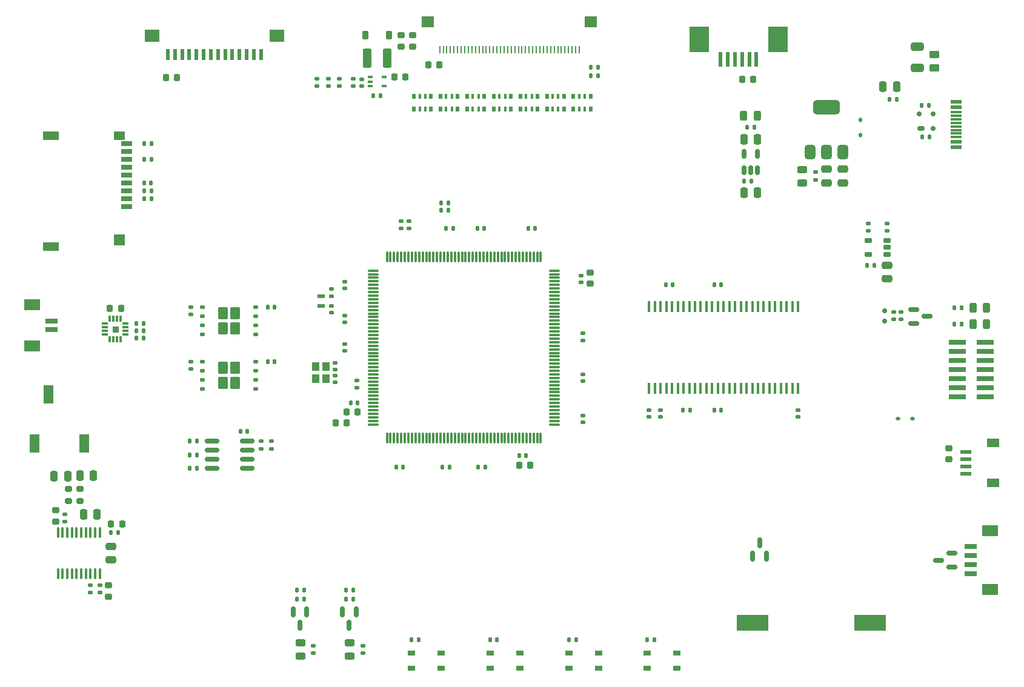
<source format=gbr>
%TF.GenerationSoftware,KiCad,Pcbnew,8.0.2*%
%TF.CreationDate,2024-07-19T10:45:18+07:00*%
%TF.ProjectId,chroma-pixel-zeta,6368726f-6d61-42d7-9069-78656c2d7a65,rev?*%
%TF.SameCoordinates,Original*%
%TF.FileFunction,Paste,Top*%
%TF.FilePolarity,Positive*%
%FSLAX46Y46*%
G04 Gerber Fmt 4.6, Leading zero omitted, Abs format (unit mm)*
G04 Created by KiCad (PCBNEW 8.0.2) date 2024-07-19 10:45:18*
%MOMM*%
%LPD*%
G01*
G04 APERTURE LIST*
G04 Aperture macros list*
%AMRoundRect*
0 Rectangle with rounded corners*
0 $1 Rounding radius*
0 $2 $3 $4 $5 $6 $7 $8 $9 X,Y pos of 4 corners*
0 Add a 4 corners polygon primitive as box body*
4,1,4,$2,$3,$4,$5,$6,$7,$8,$9,$2,$3,0*
0 Add four circle primitives for the rounded corners*
1,1,$1+$1,$2,$3*
1,1,$1+$1,$4,$5*
1,1,$1+$1,$6,$7*
1,1,$1+$1,$8,$9*
0 Add four rect primitives between the rounded corners*
20,1,$1+$1,$2,$3,$4,$5,0*
20,1,$1+$1,$4,$5,$6,$7,0*
20,1,$1+$1,$6,$7,$8,$9,0*
20,1,$1+$1,$8,$9,$2,$3,0*%
G04 Aperture macros list end*
%ADD10C,0.010000*%
%ADD11R,1.400000X2.600000*%
%ADD12RoundRect,0.140000X-0.170000X0.140000X-0.170000X-0.140000X0.170000X-0.140000X0.170000X0.140000X0*%
%ADD13RoundRect,0.135000X-0.185000X0.135000X-0.185000X-0.135000X0.185000X-0.135000X0.185000X0.135000X0*%
%ADD14RoundRect,0.135000X-0.135000X-0.185000X0.135000X-0.185000X0.135000X0.185000X-0.135000X0.185000X0*%
%ADD15RoundRect,0.140000X-0.140000X-0.170000X0.140000X-0.170000X0.140000X0.170000X-0.140000X0.170000X0*%
%ADD16RoundRect,0.140000X0.140000X0.170000X-0.140000X0.170000X-0.140000X-0.170000X0.140000X-0.170000X0*%
%ADD17R,1.550000X0.600000*%
%ADD18R,1.800000X1.200000*%
%ADD19RoundRect,0.135000X0.135000X0.185000X-0.135000X0.185000X-0.135000X-0.185000X0.135000X-0.185000X0*%
%ADD20RoundRect,0.135000X0.185000X-0.135000X0.185000X0.135000X-0.185000X0.135000X-0.185000X-0.135000X0*%
%ADD21RoundRect,0.375000X0.375000X-0.625000X0.375000X0.625000X-0.375000X0.625000X-0.375000X-0.625000X0*%
%ADD22RoundRect,0.500000X1.400000X-0.500000X1.400000X0.500000X-1.400000X0.500000X-1.400000X-0.500000X0*%
%ADD23RoundRect,0.250000X-0.475000X0.250000X-0.475000X-0.250000X0.475000X-0.250000X0.475000X0.250000X0*%
%ADD24RoundRect,0.140000X0.170000X-0.140000X0.170000X0.140000X-0.170000X0.140000X-0.170000X-0.140000X0*%
%ADD25R,0.500000X0.800000*%
%ADD26R,0.400000X0.800000*%
%ADD27R,1.100000X0.600000*%
%ADD28RoundRect,0.150000X0.150000X-0.512500X0.150000X0.512500X-0.150000X0.512500X-0.150000X-0.512500X0*%
%ADD29RoundRect,0.225000X0.250000X-0.225000X0.250000X0.225000X-0.250000X0.225000X-0.250000X-0.225000X0*%
%ADD30R,2.400000X0.740000*%
%ADD31RoundRect,0.243750X0.243750X0.456250X-0.243750X0.456250X-0.243750X-0.456250X0.243750X-0.456250X0*%
%ADD32RoundRect,0.225000X-0.225000X-0.250000X0.225000X-0.250000X0.225000X0.250000X-0.225000X0.250000X0*%
%ADD33RoundRect,0.250000X-0.435000X-0.615000X0.435000X-0.615000X0.435000X0.615000X-0.435000X0.615000X0*%
%ADD34RoundRect,0.125000X-0.200000X-0.125000X0.200000X-0.125000X0.200000X0.125000X-0.200000X0.125000X0*%
%ADD35RoundRect,0.150000X0.150000X-0.587500X0.150000X0.587500X-0.150000X0.587500X-0.150000X-0.587500X0*%
%ADD36RoundRect,0.075000X-0.675000X-0.075000X0.675000X-0.075000X0.675000X0.075000X-0.675000X0.075000X0*%
%ADD37RoundRect,0.075000X-0.075000X-0.675000X0.075000X-0.675000X0.075000X0.675000X-0.075000X0.675000X0*%
%ADD38R,4.500000X2.300000*%
%ADD39RoundRect,0.250000X0.450000X-0.262500X0.450000X0.262500X-0.450000X0.262500X-0.450000X-0.262500X0*%
%ADD40RoundRect,0.250000X-0.250000X-0.475000X0.250000X-0.475000X0.250000X0.475000X-0.250000X0.475000X0*%
%ADD41RoundRect,0.100000X-0.225000X-0.100000X0.225000X-0.100000X0.225000X0.100000X-0.225000X0.100000X0*%
%ADD42R,1.600000X0.700000*%
%ADD43R,1.500000X1.200000*%
%ADD44R,2.200000X1.200000*%
%ADD45R,1.500000X1.600000*%
%ADD46RoundRect,0.250000X0.250000X0.475000X-0.250000X0.475000X-0.250000X-0.475000X0.250000X-0.475000X0*%
%ADD47RoundRect,0.150000X0.200000X-0.150000X0.200000X0.150000X-0.200000X0.150000X-0.200000X-0.150000X0*%
%ADD48RoundRect,0.225000X-0.250000X0.225000X-0.250000X-0.225000X0.250000X-0.225000X0.250000X0.225000X0*%
%ADD49R,1.050000X0.650000*%
%ADD50R,1.500000X0.600000*%
%ADD51R,1.500000X0.300000*%
%ADD52R,0.458000X1.510000*%
%ADD53RoundRect,0.112500X-0.187500X-0.112500X0.187500X-0.112500X0.187500X0.112500X-0.187500X0.112500X0*%
%ADD54RoundRect,0.150000X-0.825000X-0.150000X0.825000X-0.150000X0.825000X0.150000X-0.825000X0.150000X0*%
%ADD55RoundRect,0.112500X0.112500X-0.187500X0.112500X0.187500X-0.112500X0.187500X-0.112500X-0.187500X0*%
%ADD56RoundRect,0.243750X-0.456250X0.243750X-0.456250X-0.243750X0.456250X-0.243750X0.456250X0.243750X0*%
%ADD57RoundRect,0.225000X0.225000X0.250000X-0.225000X0.250000X-0.225000X-0.250000X0.225000X-0.250000X0*%
%ADD58R,1.000000X1.150000*%
%ADD59R,1.800000X0.700000*%
%ADD60R,2.200000X1.600000*%
%ADD61RoundRect,0.150000X0.587500X0.150000X-0.587500X0.150000X-0.587500X-0.150000X0.587500X-0.150000X0*%
%ADD62RoundRect,0.200000X0.275000X-0.200000X0.275000X0.200000X-0.275000X0.200000X-0.275000X-0.200000X0*%
%ADD63RoundRect,0.018900X0.411100X0.116100X-0.411100X0.116100X-0.411100X-0.116100X0.411100X-0.116100X0*%
%ADD64RoundRect,0.018900X-0.116100X0.411100X-0.116100X-0.411100X0.116100X-0.411100X0.116100X0.411100X0*%
%ADD65RoundRect,0.018900X-0.411100X-0.116100X0.411100X-0.116100X0.411100X0.116100X-0.411100X0.116100X0*%
%ADD66RoundRect,0.018900X0.116100X-0.411100X0.116100X0.411100X-0.116100X0.411100X-0.116100X-0.411100X0*%
%ADD67R,0.610000X2.000000*%
%ADD68R,2.680000X3.600000*%
%ADD69RoundRect,0.175000X0.325000X-0.175000X0.325000X0.175000X-0.325000X0.175000X-0.325000X-0.175000X0*%
%ADD70RoundRect,0.150000X0.150000X-0.200000X0.150000X0.200000X-0.150000X0.200000X-0.150000X-0.200000X0*%
%ADD71RoundRect,0.225000X0.225000X0.375000X-0.225000X0.375000X-0.225000X-0.375000X0.225000X-0.375000X0*%
%ADD72RoundRect,0.150000X-0.150000X0.587500X-0.150000X-0.587500X0.150000X-0.587500X0.150000X0.587500X0*%
%ADD73R,0.250000X1.100000*%
%ADD74R,1.700000X1.500000*%
%ADD75R,0.500000X1.500000*%
%ADD76R,2.000000X1.700000*%
%ADD77RoundRect,0.250000X0.650000X-0.325000X0.650000X0.325000X-0.650000X0.325000X-0.650000X-0.325000X0*%
%ADD78RoundRect,0.150000X0.400000X0.150000X-0.400000X0.150000X-0.400000X-0.150000X0.400000X-0.150000X0*%
%ADD79RoundRect,0.150000X-0.400000X-0.150000X0.400000X-0.150000X0.400000X0.150000X-0.400000X0.150000X0*%
%ADD80RoundRect,0.150000X-0.587500X-0.150000X0.587500X-0.150000X0.587500X0.150000X-0.587500X0.150000X0*%
%ADD81RoundRect,0.100000X-0.100000X0.637500X-0.100000X-0.637500X0.100000X-0.637500X0.100000X0.637500X0*%
%ADD82RoundRect,0.250000X0.375000X1.075000X-0.375000X1.075000X-0.375000X-1.075000X0.375000X-1.075000X0*%
G04 APERTURE END LIST*
D10*
%TO.C,U6*%
X94153800Y-91385199D02*
X93375800Y-91385199D01*
X93375800Y-90607199D01*
X94153800Y-90607199D01*
X94153800Y-91385199D01*
G36*
X94153800Y-91385199D02*
G01*
X93375800Y-91385199D01*
X93375800Y-90607199D01*
X94153800Y-90607199D01*
X94153800Y-91385199D01*
G37*
%TD*%
D11*
%TO.C,J11*%
X84458200Y-100155800D03*
X82458200Y-106955800D03*
X89458200Y-106955800D03*
%TD*%
D12*
%TO.C,C40*%
X124466100Y-97466200D03*
X124466100Y-98426200D03*
%TD*%
D13*
%TO.C,R19*%
X134763800Y-75878600D03*
X134763800Y-76898600D03*
%TD*%
D14*
%TO.C,R43*%
X211021200Y-87976883D03*
X212041200Y-87976883D03*
%TD*%
D15*
%TO.C,C28*%
X135170640Y-134425800D03*
X136130640Y-134425800D03*
%TD*%
D12*
%TO.C,C59*%
X91601600Y-126824800D03*
X91601600Y-127784800D03*
%TD*%
D16*
%TO.C,C37*%
X171649000Y-84806000D03*
X170689000Y-84806000D03*
%TD*%
D17*
%TO.C,J5*%
X212579200Y-111205090D03*
X212579200Y-110205090D03*
X212579200Y-109205090D03*
X212579200Y-108205090D03*
D18*
X216454200Y-112505090D03*
X216454200Y-106905090D03*
%TD*%
D19*
%TO.C,R7*%
X98808000Y-67304200D03*
X97788000Y-67304200D03*
%TD*%
%TO.C,R15*%
X97726803Y-91246199D03*
X96706803Y-91246199D03*
%TD*%
D13*
%TO.C,R31*%
X115576600Y-106680000D03*
X115576600Y-107700000D03*
%TD*%
D20*
%TO.C,R23*%
X121386600Y-136253000D03*
X121386600Y-135233000D03*
%TD*%
D19*
%TO.C,R34*%
X140337000Y-74345800D03*
X139317000Y-74345800D03*
%TD*%
D16*
%TO.C,C45*%
X127635000Y-101346000D03*
X126675000Y-101346000D03*
%TD*%
D21*
%TO.C,U13*%
X190867000Y-66268600D03*
X193167000Y-66268600D03*
D22*
X193167000Y-59968600D03*
D21*
X195467000Y-66268600D03*
%TD*%
D23*
%TO.C,C63*%
X201599800Y-82087600D03*
X201599800Y-83987600D03*
%TD*%
D15*
%TO.C,C36*%
X177489000Y-84806000D03*
X178449000Y-84806000D03*
%TD*%
D14*
%TO.C,R48*%
X198803800Y-82092800D03*
X199823800Y-82092800D03*
%TD*%
D24*
%TO.C,C10*%
X133718600Y-76898600D03*
X133718600Y-75938600D03*
%TD*%
D15*
%TO.C,C27*%
X146151360Y-134425800D03*
X147111360Y-134425800D03*
%TD*%
D25*
%TO.C,RN7*%
X160190598Y-58429400D03*
D26*
X159390598Y-58429400D03*
X158590598Y-58429400D03*
D25*
X157790598Y-58429400D03*
X157790598Y-60229400D03*
D26*
X158590598Y-60229400D03*
X159390598Y-60229400D03*
D25*
X160190598Y-60229400D03*
%TD*%
D19*
%TO.C,R6*%
X105188000Y-108585000D03*
X104168000Y-108585000D03*
%TD*%
D27*
%TO.C,Y2*%
X122546400Y-87773600D03*
X122546400Y-86373600D03*
%TD*%
D28*
%TO.C,U8*%
X181584600Y-68772200D03*
X182534600Y-68772200D03*
X183484600Y-68772200D03*
X183484600Y-66497200D03*
X181584600Y-66497200D03*
%TD*%
D14*
%TO.C,R16*%
X96706803Y-92252800D03*
X97726803Y-92252800D03*
%TD*%
D29*
%TO.C,C56*%
X85420200Y-117878800D03*
X85420200Y-116328800D03*
%TD*%
D30*
%TO.C,J7*%
X215335400Y-100420449D03*
X211435400Y-100420449D03*
X215335400Y-99150449D03*
X211435400Y-99150449D03*
X215335400Y-97880449D03*
X211435400Y-97880449D03*
X215335400Y-96610449D03*
X211435400Y-96610449D03*
X215335400Y-95340449D03*
X211435400Y-95340449D03*
X215335400Y-94070449D03*
X211435400Y-94070449D03*
X215335400Y-92800449D03*
X211435400Y-92800449D03*
%TD*%
D12*
%TO.C,C29*%
X169969000Y-102306000D03*
X169969000Y-103266000D03*
%TD*%
D19*
%TO.C,R9*%
X98808000Y-72804200D03*
X97788000Y-72804200D03*
%TD*%
D31*
%TO.C,D4*%
X183452100Y-61193620D03*
X181577100Y-61193620D03*
%TD*%
D32*
%TO.C,C54*%
X93167200Y-118237000D03*
X94717200Y-118237000D03*
%TD*%
D33*
%TO.C,U4*%
X108809900Y-88747200D03*
X108809900Y-90897200D03*
X110509900Y-88747200D03*
X110509900Y-90897200D03*
D34*
X105909900Y-87917200D03*
X105909900Y-89187200D03*
X105909900Y-90457200D03*
X105909900Y-91727200D03*
X113409900Y-91727200D03*
X113409900Y-90457200D03*
X113409900Y-89187200D03*
X113409900Y-87917200D03*
%TD*%
D15*
%TO.C,C8*%
X151488600Y-76898600D03*
X152448600Y-76898600D03*
%TD*%
D35*
%TO.C,D7*%
X182838600Y-122705100D03*
X184738600Y-122705100D03*
X183788600Y-120830100D03*
%TD*%
D36*
%TO.C,U2*%
X129793600Y-82823600D03*
X129793600Y-83323600D03*
X129793600Y-83823600D03*
X129793600Y-84323600D03*
X129793600Y-84823600D03*
X129793600Y-85323600D03*
X129793600Y-85823600D03*
X129793600Y-86323600D03*
X129793600Y-86823600D03*
X129793600Y-87323600D03*
X129793600Y-87823600D03*
X129793600Y-88323600D03*
X129793600Y-88823600D03*
X129793600Y-89323600D03*
X129793600Y-89823600D03*
X129793600Y-90323600D03*
X129793600Y-90823600D03*
X129793600Y-91323600D03*
X129793600Y-91823600D03*
X129793600Y-92323600D03*
X129793600Y-92823600D03*
X129793600Y-93323600D03*
X129793600Y-93823600D03*
X129793600Y-94323600D03*
X129793600Y-94823600D03*
X129793600Y-95323600D03*
X129793600Y-95823600D03*
X129793600Y-96323600D03*
X129793600Y-96823600D03*
X129793600Y-97323600D03*
X129793600Y-97823600D03*
X129793600Y-98323600D03*
X129793600Y-98823600D03*
X129793600Y-99323600D03*
X129793600Y-99823600D03*
X129793600Y-100323600D03*
X129793600Y-100823600D03*
X129793600Y-101323600D03*
X129793600Y-101823600D03*
X129793600Y-102323600D03*
X129793600Y-102823600D03*
X129793600Y-103323600D03*
X129793600Y-103823600D03*
X129793600Y-104323600D03*
D37*
X131718600Y-106248600D03*
X132218600Y-106248600D03*
X132718600Y-106248600D03*
X133218600Y-106248600D03*
X133718600Y-106248600D03*
X134218600Y-106248600D03*
X134718600Y-106248600D03*
X135218600Y-106248600D03*
X135718600Y-106248600D03*
X136218600Y-106248600D03*
X136718600Y-106248600D03*
X137218600Y-106248600D03*
X137718600Y-106248600D03*
X138218600Y-106248600D03*
X138718600Y-106248600D03*
X139218600Y-106248600D03*
X139718600Y-106248600D03*
X140218600Y-106248600D03*
X140718600Y-106248600D03*
X141218600Y-106248600D03*
X141718600Y-106248600D03*
X142218600Y-106248600D03*
X142718600Y-106248600D03*
X143218600Y-106248600D03*
X143718600Y-106248600D03*
X144218600Y-106248600D03*
X144718600Y-106248600D03*
X145218600Y-106248600D03*
X145718600Y-106248600D03*
X146218600Y-106248600D03*
X146718600Y-106248600D03*
X147218600Y-106248600D03*
X147718600Y-106248600D03*
X148218600Y-106248600D03*
X148718600Y-106248600D03*
X149218600Y-106248600D03*
X149718600Y-106248600D03*
X150218600Y-106248600D03*
X150718600Y-106248600D03*
X151218600Y-106248600D03*
X151718600Y-106248600D03*
X152218600Y-106248600D03*
X152718600Y-106248600D03*
X153218600Y-106248600D03*
D36*
X155143600Y-104323600D03*
X155143600Y-103823600D03*
X155143600Y-103323600D03*
X155143600Y-102823600D03*
X155143600Y-102323600D03*
X155143600Y-101823600D03*
X155143600Y-101323600D03*
X155143600Y-100823600D03*
X155143600Y-100323600D03*
X155143600Y-99823600D03*
X155143600Y-99323600D03*
X155143600Y-98823600D03*
X155143600Y-98323600D03*
X155143600Y-97823600D03*
X155143600Y-97323600D03*
X155143600Y-96823600D03*
X155143600Y-96323600D03*
X155143600Y-95823600D03*
X155143600Y-95323600D03*
X155143600Y-94823600D03*
X155143600Y-94323600D03*
X155143600Y-93823600D03*
X155143600Y-93323600D03*
X155143600Y-92823600D03*
X155143600Y-92323600D03*
X155143600Y-91823600D03*
X155143600Y-91323600D03*
X155143600Y-90823600D03*
X155143600Y-90323600D03*
X155143600Y-89823600D03*
X155143600Y-89323600D03*
X155143600Y-88823600D03*
X155143600Y-88323600D03*
X155143600Y-87823600D03*
X155143600Y-87323600D03*
X155143600Y-86823600D03*
X155143600Y-86323600D03*
X155143600Y-85823600D03*
X155143600Y-85323600D03*
X155143600Y-84823600D03*
X155143600Y-84323600D03*
X155143600Y-83823600D03*
X155143600Y-83323600D03*
X155143600Y-82823600D03*
D37*
X153218600Y-80898600D03*
X152718600Y-80898600D03*
X152218600Y-80898600D03*
X151718600Y-80898600D03*
X151218600Y-80898600D03*
X150718600Y-80898600D03*
X150218600Y-80898600D03*
X149718600Y-80898600D03*
X149218600Y-80898600D03*
X148718600Y-80898600D03*
X148218600Y-80898600D03*
X147718600Y-80898600D03*
X147218600Y-80898600D03*
X146718600Y-80898600D03*
X146218600Y-80898600D03*
X145718600Y-80898600D03*
X145218600Y-80898600D03*
X144718600Y-80898600D03*
X144218600Y-80898600D03*
X143718600Y-80898600D03*
X143218600Y-80898600D03*
X142718600Y-80898600D03*
X142218600Y-80898600D03*
X141718600Y-80898600D03*
X141218600Y-80898600D03*
X140718600Y-80898600D03*
X140218600Y-80898600D03*
X139718600Y-80898600D03*
X139218600Y-80898600D03*
X138718600Y-80898600D03*
X138218600Y-80898600D03*
X137718600Y-80898600D03*
X137218600Y-80898600D03*
X136718600Y-80898600D03*
X136218600Y-80898600D03*
X135718600Y-80898600D03*
X135218600Y-80898600D03*
X134718600Y-80898600D03*
X134218600Y-80898600D03*
X133718600Y-80898600D03*
X133218600Y-80898600D03*
X132718600Y-80898600D03*
X132218600Y-80898600D03*
X131718600Y-80898600D03*
%TD*%
D20*
%TO.C,R28*%
X121977100Y-57061200D03*
X121977100Y-56041200D03*
%TD*%
D38*
%TO.C,BT2*%
X199238600Y-132080000D03*
X182838600Y-132080000D03*
%TD*%
D13*
%TO.C,R46*%
X203555600Y-88636524D03*
X203555600Y-89656524D03*
%TD*%
D16*
%TO.C,C20*%
X112203000Y-105251200D03*
X111243000Y-105251200D03*
%TD*%
D19*
%TO.C,R8*%
X98808000Y-71699200D03*
X97788000Y-71699200D03*
%TD*%
D39*
%TO.C,R13*%
X208203800Y-54455700D03*
X208203800Y-52630700D03*
%TD*%
D40*
%TO.C,C44*%
X181584600Y-64439340D03*
X183484600Y-64439340D03*
%TD*%
D12*
%TO.C,C14*%
X158826200Y-83492400D03*
X158826200Y-84452400D03*
%TD*%
D20*
%TO.C,R25*%
X126977500Y-57061200D03*
X126977500Y-56041200D03*
%TD*%
D25*
%TO.C,RN5*%
X152756866Y-58429400D03*
D26*
X151956866Y-58429400D03*
X151156866Y-58429400D03*
D25*
X150356866Y-58429400D03*
X150356866Y-60229400D03*
D26*
X151156866Y-60229400D03*
X151956866Y-60229400D03*
D25*
X152756866Y-60229400D03*
%TD*%
D16*
%TO.C,C5*%
X145448600Y-110248600D03*
X144488600Y-110248600D03*
%TD*%
D32*
%TO.C,C23*%
X93014800Y-88138000D03*
X94564800Y-88138000D03*
%TD*%
D19*
%TO.C,R36*%
X161190400Y-55600600D03*
X160170400Y-55600600D03*
%TD*%
%TO.C,R14*%
X97726803Y-90246199D03*
X96706803Y-90246199D03*
%TD*%
D13*
%TO.C,R45*%
X202565000Y-88636524D03*
X202565000Y-89656524D03*
%TD*%
D12*
%TO.C,C15*%
X159143600Y-91593600D03*
X159143600Y-92553600D03*
%TD*%
D41*
%TO.C,U5*%
X129402800Y-55761200D03*
X129402800Y-56411200D03*
X129402800Y-57061200D03*
X131302800Y-57061200D03*
X131302800Y-55761200D03*
%TD*%
D42*
%TO.C,J6*%
X95364600Y-73904200D03*
X95364600Y-72804200D03*
X95364600Y-71704200D03*
X95364600Y-70604200D03*
X95364600Y-69504200D03*
X95364600Y-68404200D03*
X95364600Y-67304200D03*
X95364600Y-66204200D03*
X95364600Y-65104200D03*
D43*
X94364600Y-63954200D03*
D44*
X84764600Y-63954200D03*
D45*
X94364600Y-78554200D03*
D44*
X84764600Y-79454200D03*
%TD*%
D15*
%TO.C,C9*%
X150218600Y-108694400D03*
X151178600Y-108694400D03*
%TD*%
D46*
%TO.C,C51*%
X87127600Y-111521400D03*
X85227600Y-111521400D03*
%TD*%
D15*
%TO.C,C22*%
X115043000Y-87917200D03*
X116003000Y-87917200D03*
%TD*%
D29*
%TO.C,C67*%
X210261200Y-109205090D03*
X210261200Y-107655090D03*
%TD*%
D47*
%TO.C,D14*%
X201295000Y-88469024D03*
X201295000Y-89869024D03*
%TD*%
D15*
%TO.C,C18*%
X97818000Y-70604200D03*
X98778000Y-70604200D03*
%TD*%
D16*
%TO.C,C7*%
X140448600Y-110248600D03*
X139488600Y-110248600D03*
%TD*%
D24*
%TO.C,C39*%
X124466100Y-96676200D03*
X124466100Y-95716200D03*
%TD*%
D15*
%TO.C,C13*%
X144350800Y-76898600D03*
X145310800Y-76898600D03*
%TD*%
D19*
%TO.C,R35*%
X161190400Y-54381400D03*
X160170400Y-54381400D03*
%TD*%
%TO.C,R50*%
X120169400Y-128738800D03*
X119149400Y-128738800D03*
%TD*%
D15*
%TO.C,C12*%
X139988600Y-76898600D03*
X140948600Y-76898600D03*
%TD*%
D23*
%TO.C,C50*%
X93162600Y-121341000D03*
X93162600Y-123241000D03*
%TD*%
D48*
%TO.C,C46*%
X135283300Y-49936400D03*
X135283300Y-51486400D03*
%TD*%
D24*
%TO.C,C49*%
X128171300Y-57061200D03*
X128171300Y-56101200D03*
%TD*%
D14*
%TO.C,R29*%
X129842800Y-58343800D03*
X130862800Y-58343800D03*
%TD*%
D49*
%TO.C,SW3*%
X146151360Y-136254600D03*
X150301360Y-136254600D03*
X146151360Y-138404600D03*
X150301360Y-138404600D03*
%TD*%
D15*
%TO.C,C21*%
X115043000Y-95537200D03*
X116003000Y-95537200D03*
%TD*%
D19*
%TO.C,R33*%
X140337000Y-73380600D03*
X139317000Y-73380600D03*
%TD*%
D50*
%TO.C,J3*%
X211290000Y-65620000D03*
X211290000Y-64820000D03*
D51*
X211290000Y-63670000D03*
X211290000Y-62670000D03*
X211290000Y-62170000D03*
X211290000Y-61170000D03*
D50*
X211290000Y-59220000D03*
X211290000Y-60020000D03*
D51*
X211290000Y-60670000D03*
X211290000Y-61670000D03*
X211290000Y-63170000D03*
X211290000Y-64170000D03*
%TD*%
D52*
%TO.C,U9*%
X168369000Y-99306000D03*
X169169000Y-99306000D03*
X169969000Y-99306000D03*
X170769000Y-99306000D03*
X171569000Y-99306000D03*
X172369000Y-99306000D03*
X173169000Y-99306000D03*
X173969000Y-99306000D03*
X174769000Y-99306000D03*
X175569000Y-99306000D03*
X176369000Y-99306000D03*
X177169000Y-99306000D03*
X177969000Y-99306000D03*
X178769000Y-99306000D03*
X179569000Y-99306000D03*
X180369000Y-99306000D03*
X181169000Y-99306000D03*
X181969000Y-99306000D03*
X182769000Y-99306000D03*
X183569000Y-99306000D03*
X184369000Y-99306000D03*
X185169000Y-99306000D03*
X185969000Y-99306000D03*
X186769000Y-99306000D03*
X187569000Y-99306000D03*
X188369000Y-99306000D03*
X189169000Y-99306000D03*
X189169000Y-87806000D03*
X188369000Y-87806000D03*
X187569000Y-87806000D03*
X186769000Y-87806000D03*
X185969000Y-87806000D03*
X185169000Y-87806000D03*
X184369000Y-87806000D03*
X183569000Y-87806000D03*
X182769000Y-87806000D03*
X181969000Y-87806000D03*
X181169000Y-87806000D03*
X180369000Y-87806000D03*
X179569000Y-87806000D03*
X178769000Y-87806000D03*
X177969000Y-87806000D03*
X177169000Y-87806000D03*
X176369000Y-87806000D03*
X175569000Y-87806000D03*
X174769000Y-87806000D03*
X173969000Y-87806000D03*
X173169000Y-87806000D03*
X172369000Y-87806000D03*
X171569000Y-87806000D03*
X170769000Y-87806000D03*
X169969000Y-87806000D03*
X169169000Y-87806000D03*
X168369000Y-87806000D03*
%TD*%
D33*
%TO.C,U1*%
X108809900Y-96367200D03*
X108809900Y-98517200D03*
X110509900Y-96367200D03*
X110509900Y-98517200D03*
D34*
X105909900Y-95537200D03*
X105909900Y-96807200D03*
X105909900Y-98077200D03*
X105909900Y-99347200D03*
X113409900Y-99347200D03*
X113409900Y-98077200D03*
X113409900Y-96807200D03*
X113409900Y-95537200D03*
%TD*%
D48*
%TO.C,C58*%
X92837000Y-126824800D03*
X92837000Y-128374800D03*
%TD*%
D53*
%TO.C,D10*%
X203089800Y-103505000D03*
X205189800Y-103505000D03*
%TD*%
D54*
%TO.C,U7*%
X107253000Y-106680000D03*
X107253000Y-107950000D03*
X107253000Y-109220000D03*
X107253000Y-110490000D03*
X112203000Y-110490000D03*
X112203000Y-109220000D03*
X112203000Y-107950000D03*
X112203000Y-106680000D03*
%TD*%
D46*
%TO.C,C60*%
X202946000Y-57124600D03*
X201046000Y-57124600D03*
%TD*%
D55*
%TO.C,D11*%
X197900400Y-63869000D03*
X197900400Y-61769000D03*
%TD*%
D56*
%TO.C,D6*%
X126542800Y-134825500D03*
X126542800Y-136700500D03*
%TD*%
D57*
%TO.C,C26*%
X127635000Y-102590600D03*
X126085000Y-102590600D03*
%TD*%
D49*
%TO.C,SW1*%
X168112800Y-136254600D03*
X172262800Y-136254600D03*
X168112800Y-138404600D03*
X172262800Y-138404600D03*
%TD*%
D58*
%TO.C,Y1*%
X123195600Y-97946200D03*
X123195600Y-96196200D03*
X121795600Y-96196200D03*
X121795600Y-97946200D03*
%TD*%
D59*
%TO.C,J9*%
X213309200Y-125144731D03*
X213309200Y-123894731D03*
X213309200Y-122644731D03*
X213309200Y-121394731D03*
D60*
X216009200Y-127394731D03*
X216009200Y-119144731D03*
%TD*%
D61*
%TO.C,D9*%
X210639900Y-124241600D03*
X210639900Y-122341600D03*
X208764900Y-123291600D03*
%TD*%
D19*
%TO.C,R52*%
X127052800Y-128738800D03*
X126032800Y-128738800D03*
%TD*%
D40*
%TO.C,C53*%
X89342400Y-116906200D03*
X91242400Y-116906200D03*
%TD*%
D24*
%TO.C,C57*%
X86715600Y-117878800D03*
X86715600Y-116918800D03*
%TD*%
D49*
%TO.C,SW4*%
X135170640Y-136254600D03*
X139320640Y-136254600D03*
X135170640Y-138404600D03*
X139320640Y-138404600D03*
%TD*%
D14*
%TO.C,R12*%
X206550800Y-64160400D03*
X207570800Y-64160400D03*
%TD*%
D62*
%TO.C,R37*%
X88793800Y-114988000D03*
X88793800Y-113338000D03*
%TD*%
D20*
%TO.C,R17*%
X127482600Y-99214400D03*
X127482600Y-98194400D03*
%TD*%
D13*
%TO.C,R32*%
X114129800Y-106680000D03*
X114129800Y-107700000D03*
%TD*%
D20*
%TO.C,R26*%
X125063300Y-57061200D03*
X125063300Y-56041200D03*
%TD*%
D25*
%TO.C,RN6*%
X156473732Y-58429400D03*
D26*
X155673732Y-58429400D03*
X154873732Y-58429400D03*
D25*
X154073732Y-58429400D03*
X154073732Y-60229400D03*
D26*
X154873732Y-60229400D03*
X155673732Y-60229400D03*
D25*
X156473732Y-60229400D03*
%TD*%
D23*
%TO.C,C61*%
X195467000Y-68650800D03*
X195467000Y-70550800D03*
%TD*%
D13*
%TO.C,R41*%
X191575800Y-69090800D03*
X191575800Y-70110800D03*
%TD*%
D14*
%TO.C,R21*%
X182024600Y-62823980D03*
X183044600Y-62823980D03*
%TD*%
D25*
%TO.C,RN4*%
X149040000Y-58429400D03*
D26*
X148240000Y-58429400D03*
X147440000Y-58429400D03*
D25*
X146640000Y-58429400D03*
X146640000Y-60229400D03*
D26*
X147440000Y-60229400D03*
X148240000Y-60229400D03*
D25*
X149040000Y-60229400D03*
%TD*%
D13*
%TO.C,R44*%
X198999800Y-76274200D03*
X198999800Y-77294200D03*
%TD*%
D24*
%TO.C,C4*%
X125793600Y-94053600D03*
X125793600Y-93093600D03*
%TD*%
D63*
%TO.C,U6*%
X95199800Y-91746199D03*
X95199800Y-91246199D03*
X95199800Y-90746199D03*
X95199800Y-90246199D03*
D64*
X94514800Y-89561199D03*
X94014800Y-89561199D03*
X93514800Y-89561199D03*
X93014800Y-89561199D03*
D65*
X92329800Y-90246199D03*
X92329800Y-90746199D03*
X92329800Y-91246199D03*
X92329800Y-91746199D03*
D66*
X93014800Y-92431199D03*
X93514800Y-92431199D03*
X94014800Y-92431199D03*
X94514800Y-92431199D03*
%TD*%
D12*
%TO.C,C41*%
X123943400Y-87773600D03*
X123943400Y-88733600D03*
%TD*%
D14*
%TO.C,R20*%
X181584600Y-70320060D03*
X182604600Y-70320060D03*
%TD*%
D19*
%TO.C,R39*%
X202946000Y-58851800D03*
X201926000Y-58851800D03*
%TD*%
D20*
%TO.C,R1*%
X104296200Y-96557200D03*
X104296200Y-95537200D03*
%TD*%
D67*
%TO.C,J14*%
X183349200Y-53334374D03*
X182349200Y-53334374D03*
X181349200Y-53334374D03*
X180349200Y-53334374D03*
X179349200Y-53334374D03*
X178349200Y-53334374D03*
D68*
X186339200Y-50534374D03*
X175359200Y-50534374D03*
%TD*%
D12*
%TO.C,C25*%
X159143600Y-103093600D03*
X159143600Y-104053600D03*
%TD*%
D14*
%TO.C,R51*%
X126032800Y-127482600D03*
X127052800Y-127482600D03*
%TD*%
D57*
%TO.C,C19*%
X126124000Y-104140000D03*
X124574000Y-104140000D03*
%TD*%
D69*
%TO.C,D2*%
X206310800Y-62920000D03*
D70*
X208010800Y-62920000D03*
X208010800Y-60920000D03*
X206110800Y-60920000D03*
%TD*%
D31*
%TO.C,D15*%
X215465900Y-90316165D03*
X213590900Y-90316165D03*
%TD*%
%TO.C,D13*%
X215465900Y-87976883D03*
X213590900Y-87976883D03*
%TD*%
D57*
%TO.C,C64*%
X139052600Y-54051200D03*
X137502600Y-54051200D03*
%TD*%
D12*
%TO.C,C68*%
X90301600Y-126824800D03*
X90301600Y-127784800D03*
%TD*%
D71*
%TO.C,D8*%
X131980300Y-49936400D03*
X128680300Y-49936400D03*
%TD*%
D56*
%TO.C,D12*%
X189747000Y-68683300D03*
X189747000Y-70558300D03*
%TD*%
D16*
%TO.C,C6*%
X133948600Y-110248600D03*
X132988600Y-110248600D03*
%TD*%
D72*
%TO.C,Q3*%
X127405300Y-130507500D03*
X125505300Y-130507500D03*
X126455300Y-132382500D03*
%TD*%
D73*
%TO.C,J2*%
X158594000Y-51938000D03*
X158094000Y-51938000D03*
X157594000Y-51938000D03*
X157094000Y-51938000D03*
X156594000Y-51938000D03*
X156094000Y-51938000D03*
X155594000Y-51938000D03*
X155094000Y-51938000D03*
X154594000Y-51938000D03*
X154094000Y-51938000D03*
X153594000Y-51938000D03*
X153094000Y-51938000D03*
X152594000Y-51938000D03*
X152094000Y-51938000D03*
X151594000Y-51938000D03*
X151094000Y-51938000D03*
X150594000Y-51938000D03*
X150094000Y-51938000D03*
X149594000Y-51938000D03*
X149094000Y-51938000D03*
X148594000Y-51938000D03*
X148094000Y-51938000D03*
X147594000Y-51938000D03*
X147094000Y-51938000D03*
X146594000Y-51938000D03*
X146094000Y-51938000D03*
X145594000Y-51938000D03*
X145094000Y-51938000D03*
X144594000Y-51938000D03*
X144094000Y-51938000D03*
X143594000Y-51938000D03*
X143094000Y-51938000D03*
X142594000Y-51938000D03*
X142094000Y-51938000D03*
X141594000Y-51938000D03*
X141094000Y-51938000D03*
X140594000Y-51938000D03*
X140094000Y-51938000D03*
X139594000Y-51938000D03*
X139094000Y-51938000D03*
D74*
X160244000Y-48038000D03*
X137444000Y-48038000D03*
%TD*%
D75*
%TO.C,J4*%
X101111700Y-52634374D03*
X102111700Y-52634374D03*
X103111700Y-52634374D03*
X104111700Y-52634374D03*
X105111700Y-52634374D03*
X106111700Y-52634374D03*
X107111700Y-52634374D03*
X108111700Y-52634374D03*
X109111700Y-52634374D03*
X110111700Y-52634374D03*
X111111700Y-52634374D03*
X112111700Y-52634374D03*
X113111700Y-52634374D03*
X114111700Y-52634374D03*
D76*
X98911700Y-50034374D03*
X116311700Y-50034374D03*
%TD*%
D12*
%TO.C,C38*%
X168369000Y-102306000D03*
X168369000Y-103266000D03*
%TD*%
D48*
%TO.C,C47*%
X133733900Y-49936400D03*
X133733900Y-51486400D03*
%TD*%
D20*
%TO.C,R27*%
X123520200Y-57061200D03*
X123520200Y-56041200D03*
%TD*%
D32*
%TO.C,C66*%
X100850400Y-55829200D03*
X102400400Y-55829200D03*
%TD*%
%TO.C,C65*%
X181349200Y-56057800D03*
X182899200Y-56057800D03*
%TD*%
D15*
%TO.C,C24*%
X168112800Y-134425800D03*
X169072800Y-134425800D03*
%TD*%
D19*
%TO.C,R5*%
X105188000Y-106680000D03*
X104168000Y-106680000D03*
%TD*%
%TO.C,R11*%
X207483300Y-59715400D03*
X206463300Y-59715400D03*
%TD*%
D24*
%TO.C,C11*%
X125793600Y-85323600D03*
X125793600Y-84363600D03*
%TD*%
D14*
%TO.C,R18*%
X157132080Y-134425800D03*
X158152080Y-134425800D03*
%TD*%
D40*
%TO.C,C30*%
X181584600Y-71935420D03*
X183484600Y-71935420D03*
%TD*%
D14*
%TO.C,R47*%
X211021200Y-90316166D03*
X212041200Y-90316166D03*
%TD*%
D77*
%TO.C,C43*%
X205867000Y-54455700D03*
X205867000Y-51505700D03*
%TD*%
D25*
%TO.C,RN2*%
X137889402Y-58429400D03*
D26*
X137089402Y-58429400D03*
X136289402Y-58429400D03*
D25*
X135489402Y-58429400D03*
X135489402Y-60229400D03*
D26*
X136289402Y-60229400D03*
X137089402Y-60229400D03*
D25*
X137889402Y-60229400D03*
%TD*%
D62*
%TO.C,R38*%
X87199400Y-114988000D03*
X87199400Y-113338000D03*
%TD*%
D29*
%TO.C,C34*%
X160083600Y-84620400D03*
X160083600Y-83070400D03*
%TD*%
D24*
%TO.C,C42*%
X123943400Y-86373600D03*
X123943400Y-85413600D03*
%TD*%
D16*
%TO.C,C2*%
X178449000Y-102306000D03*
X177489000Y-102306000D03*
%TD*%
D15*
%TO.C,C55*%
X93167200Y-119420800D03*
X94127200Y-119420800D03*
%TD*%
D59*
%TO.C,J8*%
X84862200Y-89851799D03*
X84862200Y-91101799D03*
D60*
X82162200Y-87601799D03*
X82162200Y-93351799D03*
%TD*%
D78*
%TO.C,U12*%
X201599800Y-80528200D03*
X201599800Y-79578200D03*
X201599800Y-78628200D03*
D79*
X198999800Y-78628200D03*
X198999800Y-80528200D03*
%TD*%
D12*
%TO.C,C1*%
X189169000Y-102306000D03*
X189169000Y-103266000D03*
%TD*%
D80*
%TO.C,Q1*%
X205310500Y-88284024D03*
X205310500Y-90184024D03*
X207185500Y-89234024D03*
%TD*%
D13*
%TO.C,R42*%
X201599800Y-76274200D03*
X201599800Y-77294200D03*
%TD*%
D24*
%TO.C,C17*%
X125793600Y-90053600D03*
X125793600Y-89093600D03*
%TD*%
D12*
%TO.C,C16*%
X159143600Y-97323600D03*
X159143600Y-98283600D03*
%TD*%
D72*
%TO.C,Q2*%
X120521900Y-130507500D03*
X118621900Y-130507500D03*
X119571900Y-132382500D03*
%TD*%
D20*
%TO.C,R24*%
X128346200Y-136253000D03*
X128346200Y-135233000D03*
%TD*%
D81*
%TO.C,U10*%
X91601600Y-119420800D03*
X90951600Y-119420800D03*
X90301600Y-119420800D03*
X89651600Y-119420800D03*
X89001600Y-119420800D03*
X88351600Y-119420800D03*
X87701600Y-119420800D03*
X87051600Y-119420800D03*
X86401600Y-119420800D03*
X85751600Y-119420800D03*
X85751600Y-125145800D03*
X86401600Y-125145800D03*
X87051600Y-125145800D03*
X87701600Y-125145800D03*
X88351600Y-125145800D03*
X89001600Y-125145800D03*
X89651600Y-125145800D03*
X90301600Y-125145800D03*
X90951600Y-125145800D03*
X91601600Y-125145800D03*
%TD*%
D82*
%TO.C,L2*%
X131752800Y-53162200D03*
X128952800Y-53162200D03*
%TD*%
D40*
%TO.C,C52*%
X88834400Y-111496000D03*
X90734400Y-111496000D03*
%TD*%
D56*
%TO.C,D5*%
X119659400Y-134825500D03*
X119659400Y-136700500D03*
%TD*%
D20*
%TO.C,R2*%
X104296200Y-88937200D03*
X104296200Y-87917200D03*
%TD*%
D19*
%TO.C,R10*%
X98808000Y-65104200D03*
X97788000Y-65104200D03*
%TD*%
D25*
%TO.C,RN3*%
X145323134Y-58429400D03*
D26*
X144523134Y-58429400D03*
X143723134Y-58429400D03*
D25*
X142923134Y-58429400D03*
X142923134Y-60229400D03*
D26*
X143723134Y-60229400D03*
X144523134Y-60229400D03*
D25*
X145323134Y-60229400D03*
%TD*%
D32*
%TO.C,C35*%
X150218600Y-109987600D03*
X151768600Y-109987600D03*
%TD*%
D14*
%TO.C,R49*%
X119149400Y-127482600D03*
X120169400Y-127482600D03*
%TD*%
D49*
%TO.C,SW2*%
X157132080Y-136254600D03*
X161282080Y-136254600D03*
X157132080Y-138404600D03*
X161282080Y-138404600D03*
%TD*%
D32*
%TO.C,C48*%
X132781100Y-55761200D03*
X134331100Y-55761200D03*
%TD*%
D23*
%TO.C,C62*%
X193167000Y-68650800D03*
X193167000Y-70550800D03*
%TD*%
D25*
%TO.C,RN1*%
X141606268Y-58429400D03*
D26*
X140806268Y-58429400D03*
X140006268Y-58429400D03*
D25*
X139206268Y-58429400D03*
X139206268Y-60229400D03*
D26*
X140006268Y-60229400D03*
X140806268Y-60229400D03*
D25*
X141606268Y-60229400D03*
%TD*%
D16*
%TO.C,C3*%
X174049000Y-102306000D03*
X173089000Y-102306000D03*
%TD*%
D19*
%TO.C,R30*%
X105188000Y-110490000D03*
X104168000Y-110490000D03*
%TD*%
M02*

</source>
